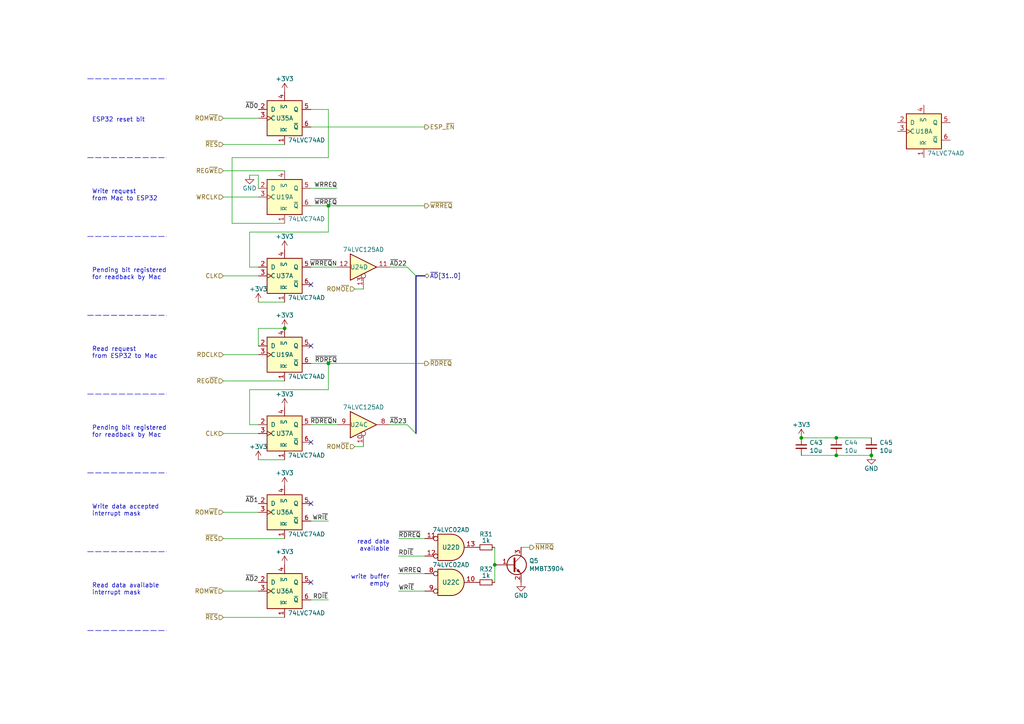
<source format=kicad_sch>
(kicad_sch (version 20211123) (generator eeschema)
  (paper "A4")
  (title_block (title "NuBus-ESP32") (date "2021-11-18") (rev "0.1") (company "Garrett's Workshop"))
  (lib_symbols
    (symbol "74xx:74LS02" (pin_names (offset 1.016))
      (property "Reference" "U" (at 0 1.27 0))
      (property "Value" "74LS02" (at 0 -1.27 0))
      (symbol "74LS02_1_1"
        (arc (start -3.81 -3.81) (mid -2.589 0) (end -3.81 3.81) (stroke (width 0.254)))
        (arc (start -0.6096 -3.81) (mid 2.1855 -2.584) (end 3.81 0) (stroke (width 0.254)) (fill (type background)))
        (polyline (pts (xy -3.81 -3.81) (xy -0.635 -3.81)) (stroke (width 0.254)) (fill (type background)))
        (polyline (pts (xy -3.81 3.81) (xy -0.635 3.81)) (stroke (width 0.254)) (fill (type background)))
        (polyline (pts (xy -0.635 3.81) (xy -3.81 3.81) (xy -3.81 3.81) (xy -3.556 3.4036) (xy -3.0226 2.2606) (xy -2.6924 1.0414) (xy -2.6162 -0.254) (xy -2.7686 -1.4986) (xy -3.175 -2.7178) (xy -3.81 -3.81) (xy -3.81 -3.81) (xy -0.635 -3.81)) (stroke (width -25.4)) (fill (type background)))
        (arc (start 3.81 0) (mid 2.1928 2.5925) (end -0.6096 3.81) (stroke (width 0.254)) (fill (type background)))
        (pin output inverted (at 7.62 0 180) (length 3.81) (name "~") (number "1"))
        (pin input line (at -7.62 2.54 0) (length 4.318) (name "~") (number "2"))
        (pin input line (at -7.62 -2.54 0) (length 4.318) (name "~") (number "3"))
      )
      (symbol "74LS02_1_2"
        (arc (start 0 -3.81) (mid 3.81 0) (end 0 3.81) (stroke (width 0.254)) (fill (type background)))
        (polyline (pts (xy 0 3.81) (xy -3.81 3.81) (xy -3.81 -3.81) (xy 0 -3.81)) (stroke (width 0.254)) (fill (type background)))
        (pin output line (at 7.62 0 180) (length 3.81) (name "~") (number "1"))
        (pin input inverted (at -7.62 2.54 0) (length 3.81) (name "~") (number "2"))
        (pin input inverted (at -7.62 -2.54 0) (length 3.81) (name "~") (number "3"))
      )
      (symbol "74LS02_2_1"
        (arc (start -3.81 -3.81) (mid -2.589 0) (end -3.81 3.81) (stroke (width 0.254)))
        (arc (start -0.6096 -3.81) (mid 2.1855 -2.584) (end 3.81 0) (stroke (width 0.254)) (fill (type background)))
        (polyline (pts (xy -3.81 -3.81) (xy -0.635 -3.81)) (stroke (width 0.254)) (fill (type background)))
        (polyline (pts (xy -3.81 3.81) (xy -0.635 3.81)) (stroke (width 0.254)) (fill (type background)))
        (polyline (pts (xy -0.635 3.81) (xy -3.81 3.81) (xy -3.81 3.81) (xy -3.556 3.4036) (xy -3.0226 2.2606) (xy -2.6924 1.0414) (xy -2.6162 -0.254) (xy -2.7686 -1.4986) (xy -3.175 -2.7178) (xy -3.81 -3.81) (xy -3.81 -3.81) (xy -0.635 -3.81)) (stroke (width -25.4)) (fill (type background)))
        (arc (start 3.81 0) (mid 2.1928 2.5925) (end -0.6096 3.81) (stroke (width 0.254)) (fill (type background)))
        (pin output inverted (at 7.62 0 180) (length 3.81) (name "~") (number "4"))
        (pin input line (at -7.62 2.54 0) (length 4.318) (name "~") (number "5"))
        (pin input line (at -7.62 -2.54 0) (length 4.318) (name "~") (number "6"))
      )
      (symbol "74LS02_2_2"
        (arc (start 0 -3.81) (mid 3.81 0) (end 0 3.81) (stroke (width 0.254)) (fill (type background)))
        (polyline (pts (xy 0 3.81) (xy -3.81 3.81) (xy -3.81 -3.81) (xy 0 -3.81)) (stroke (width 0.254)) (fill (type background)))
        (pin output line (at 7.62 0 180) (length 3.81) (name "~") (number "4"))
        (pin input inverted (at -7.62 2.54 0) (length 3.81) (name "~") (number "5"))
        (pin input inverted (at -7.62 -2.54 0) (length 3.81) (name "~") (number "6"))
      )
      (symbol "74LS02_3_1"
        (arc (start -3.81 -3.81) (mid -2.589 0) (end -3.81 3.81) (stroke (width 0.254)))
        (arc (start -0.6096 -3.81) (mid 2.1855 -2.584) (end 3.81 0) (stroke (width 0.254)) (fill (type background)))
        (polyline (pts (xy -3.81 -3.81) (xy -0.635 -3.81)) (stroke (width 0.254)) (fill (type background)))
        (polyline (pts (xy -3.81 3.81) (xy -0.635 3.81)) (stroke (width 0.254)) (fill (type background)))
        (polyline (pts (xy -0.635 3.81) (xy -3.81 3.81) (xy -3.81 3.81) (xy -3.556 3.4036) (xy -3.0226 2.2606) (xy -2.6924 1.0414) (xy -2.6162 -0.254) (xy -2.7686 -1.4986) (xy -3.175 -2.7178) (xy -3.81 -3.81) (xy -3.81 -3.81) (xy -0.635 -3.81)) (stroke (width -25.4)) (fill (type background)))
        (arc (start 3.81 0) (mid 2.1928 2.5925) (end -0.6096 3.81) (stroke (width 0.254)) (fill (type background)))
        (pin output inverted (at 7.62 0 180) (length 3.81) (name "~") (number "10"))
        (pin input line (at -7.62 2.54 0) (length 4.318) (name "~") (number "8"))
        (pin input line (at -7.62 -2.54 0) (length 4.318) (name "~") (number "9"))
      )
      (symbol "74LS02_3_2"
        (arc (start 0 -3.81) (mid 3.81 0) (end 0 3.81) (stroke (width 0.254)) (fill (type background)))
        (polyline (pts (xy 0 3.81) (xy -3.81 3.81) (xy -3.81 -3.81) (xy 0 -3.81)) (stroke (width 0.254)) (fill (type background)))
        (pin output line (at 7.62 0 180) (length 3.81) (name "~") (number "10"))
        (pin input inverted (at -7.62 2.54 0) (length 3.81) (name "~") (number "8"))
        (pin input inverted (at -7.62 -2.54 0) (length 3.81) (name "~") (number "9"))
      )
      (symbol "74LS02_4_1"
        (arc (start -3.81 -3.81) (mid -2.589 0) (end -3.81 3.81) (stroke (width 0.254)))
        (arc (start -0.6096 -3.81) (mid 2.1855 -2.584) (end 3.81 0) (stroke (width 0.254)) (fill (type background)))
        (polyline (pts (xy -3.81 -3.81) (xy -0.635 -3.81)) (stroke (width 0.254)) (fill (type background)))
        (polyline (pts (xy -3.81 3.81) (xy -0.635 3.81)) (stroke (width 0.254)) (fill (type background)))
        (polyline (pts (xy -0.635 3.81) (xy -3.81 3.81) (xy -3.81 3.81) (xy -3.556 3.4036) (xy -3.0226 2.2606) (xy -2.6924 1.0414) (xy -2.6162 -0.254) (xy -2.7686 -1.4986) (xy -3.175 -2.7178) (xy -3.81 -3.81) (xy -3.81 -3.81) (xy -0.635 -3.81)) (stroke (width -25.4)) (fill (type background)))
        (arc (start 3.81 0) (mid 2.1928 2.5925) (end -0.6096 3.81) (stroke (width 0.254)) (fill (type background)))
        (pin input line (at -7.62 2.54 0) (length 4.318) (name "~") (number "11"))
        (pin input line (at -7.62 -2.54 0) (length 4.318) (name "~") (number "12"))
        (pin output inverted (at 7.62 0 180) (length 3.81) (name "~") (number "13"))
      )
      (symbol "74LS02_4_2"
        (arc (start 0 -3.81) (mid 3.81 0) (end 0 3.81) (stroke (width 0.254)) (fill (type background)))
        (polyline (pts (xy 0 3.81) (xy -3.81 3.81) (xy -3.81 -3.81) (xy 0 -3.81)) (stroke (width 0.254)) (fill (type background)))
        (pin input inverted (at -7.62 2.54 0) (length 3.81) (name "~") (number "11"))
        (pin input inverted (at -7.62 -2.54 0) (length 3.81) (name "~") (number "12"))
        (pin output line (at 7.62 0 180) (length 3.81) (name "~") (number "13"))
      )
      (symbol "74LS02_5_0"
        (pin power_in line (at 0 12.7 270) (length 5.08) (name "VCC") (number "14"))
        (pin power_in line (at 0 -12.7 90) (length 5.08) (name "GND") (number "7"))
      )
      (symbol "74LS02_5_1"
        (rectangle (start -5.08 7.62) (end 5.08 -7.62) (stroke (width 0.254)) (fill (type background)))
      )
    )
    (symbol "74xx:74LS125" (pin_names (offset 1.016))
      (property "Reference" "U" (at 0 1.27 0))
      (property "Value" "74LS125" (at 0 -1.27 0))
      (symbol "74LS125_1_0"
        (polyline (pts (xy -3.81 3.81) (xy -3.81 -3.81) (xy 3.81 0) (xy -3.81 3.81)) (stroke (width 0.254)) (fill (type background)))
        (pin input inverted (at 0 -6.35 90) (length 4.445) (name "~") (number "1"))
        (pin input line (at -7.62 0 0) (length 3.81) (name "~") (number "2"))
        (pin tri_state line (at 7.62 0 180) (length 3.81) (name "~") (number "3"))
      )
      (symbol "74LS125_2_0"
        (polyline (pts (xy -3.81 3.81) (xy -3.81 -3.81) (xy 3.81 0) (xy -3.81 3.81)) (stroke (width 0.254)) (fill (type background)))
        (pin input inverted (at 0 -6.35 90) (length 4.445) (name "~") (number "4"))
        (pin input line (at -7.62 0 0) (length 3.81) (name "~") (number "5"))
        (pin tri_state line (at 7.62 0 180) (length 3.81) (name "~") (number "6"))
      )
      (symbol "74LS125_3_0"
        (polyline (pts (xy -3.81 3.81) (xy -3.81 -3.81) (xy 3.81 0) (xy -3.81 3.81)) (stroke (width 0.254)) (fill (type background)))
        (pin input inverted (at 0 -6.35 90) (length 4.445) (name "~") (number "10"))
        (pin tri_state line (at 7.62 0 180) (length 3.81) (name "~") (number "8"))
        (pin input line (at -7.62 0 0) (length 3.81) (name "~") (number "9"))
      )
      (symbol "74LS125_4_0"
        (polyline (pts (xy -3.81 3.81) (xy -3.81 -3.81) (xy 3.81 0) (xy -3.81 3.81)) (stroke (width 0.254)) (fill (type background)))
        (pin tri_state line (at 7.62 0 180) (length 3.81) (name "~") (number "11"))
        (pin input line (at -7.62 0 0) (length 3.81) (name "~") (number "12"))
        (pin input inverted (at 0 -6.35 90) (length 4.445) (name "~") (number "13"))
      )
      (symbol "74LS125_5_0"
        (pin power_in line (at 0 12.7 270) (length 5.08) (name "VCC") (number "14"))
        (pin power_in line (at 0 -12.7 90) (length 5.08) (name "GND") (number "7"))
      )
      (symbol "74LS125_5_1"
        (rectangle (start -5.08 7.62) (end 5.08 -7.62) (stroke (width 0.254)) (fill (type background)))
      )
    )
    (symbol "74xx:74LS74" (pin_names (offset 1.016))
      (property "Reference" "U" (at -7.62 8.89 0))
      (property "Value" "74LS74" (at -7.62 -8.89 0))
      (symbol "74LS74_1_0"
        (pin input line (at 0 -7.62 90) (length 2.54) (name "~{R}") (number "1"))
        (pin input line (at -7.62 2.54 0) (length 2.54) (name "D") (number "2"))
        (pin input clock (at -7.62 0 0) (length 2.54) (name "C") (number "3"))
        (pin input line (at 0 7.62 270) (length 2.54) (name "~{S}") (number "4"))
        (pin output line (at 7.62 2.54 180) (length 2.54) (name "Q") (number "5"))
        (pin output line (at 7.62 -2.54 180) (length 2.54) (name "~{Q}") (number "6"))
      )
      (symbol "74LS74_1_1"
        (rectangle (start -5.08 5.08) (end 5.08 -5.08) (stroke (width 0.254)) (fill (type background)))
      )
      (symbol "74LS74_2_0"
        (pin input line (at 0 7.62 270) (length 2.54) (name "~{S}") (number "10"))
        (pin input clock (at -7.62 0 0) (length 2.54) (name "C") (number "11"))
        (pin input line (at -7.62 2.54 0) (length 2.54) (name "D") (number "12"))
        (pin input line (at 0 -7.62 90) (length 2.54) (name "~{R}") (number "13"))
        (pin output line (at 7.62 -2.54 180) (length 2.54) (name "~{Q}") (number "8"))
        (pin output line (at 7.62 2.54 180) (length 2.54) (name "Q") (number "9"))
      )
      (symbol "74LS74_2_1"
        (rectangle (start -5.08 5.08) (end 5.08 -5.08) (stroke (width 0.254)) (fill (type background)))
      )
      (symbol "74LS74_3_0"
        (pin power_in line (at 0 10.16 270) (length 2.54) (name "VCC") (number "14"))
        (pin power_in line (at 0 -10.16 90) (length 2.54) (name "GND") (number "7"))
      )
      (symbol "74LS74_3_1"
        (rectangle (start -5.08 7.62) (end 5.08 -7.62) (stroke (width 0.254)) (fill (type background)))
      )
    )
    (symbol "Device:C_Small" (pin_numbers hide) (pin_names (offset 0.254) hide)
      (property "Reference" "C" (at 0.254 1.778 0))
      (property "Value" "C_Small" (at 0.254 -2.032 0))
      (symbol "C_Small_0_1"
        (polyline (pts (xy -1.524 -0.508) (xy 1.524 -0.508)) (stroke (width 0.3302)))
        (polyline (pts (xy -1.524 0.508) (xy 1.524 0.508)) (stroke (width 0.3048)))
      )
      (symbol "C_Small_1_1"
        (pin passive line (at 0 2.54 270) (length 2.032) (name "~") (number "1"))
        (pin passive line (at 0 -2.54 90) (length 2.032) (name "~") (number "2"))
      )
    )
    (symbol "Device:R_Small" (pin_numbers hide) (pin_names (offset 0.254) hide)
      (property "Reference" "R" (at 0.762 0.508 0))
      (property "Value" "R_Small" (at 0.762 -1.016 0))
      (symbol "R_Small_0_1"
        (rectangle (start -0.762 1.778) (end 0.762 -1.778) (stroke (width 0.2032)))
      )
      (symbol "R_Small_1_1"
        (pin passive line (at 0 2.54 270) (length 0.762) (name "~") (number "1"))
        (pin passive line (at 0 -2.54 90) (length 0.762) (name "~") (number "2"))
      )
    )
    (symbol "Transistor_BJT:MMBT3904" (pin_names (offset 0) hide)
      (property "Reference" "Q" (at 5.08 1.905 0))
      (property "Value" "MMBT3904" (at 5.08 0 0))
      (symbol "MMBT3904_0_1"
        (polyline (pts (xy 0.635 0.635) (xy 2.54 2.54)))
        (polyline (pts (xy 0.635 -0.635) (xy 2.54 -2.54) (xy 2.54 -2.54)))
        (polyline (pts (xy 0.635 1.905) (xy 0.635 -1.905) (xy 0.635 -1.905)) (stroke (width 0.508)))
        (polyline (pts (xy 1.27 -1.778) (xy 1.778 -1.27) (xy 2.286 -2.286) (xy 1.27 -1.778) (xy 1.27 -1.778)) (fill (type outline)))
        (circle (center 1.27 0) (radius 2.8194) (stroke (width 0.254)))
      )
      (symbol "MMBT3904_1_1"
        (pin input line (at -5.08 0 0) (length 5.715) (name "B") (number "1"))
        (pin passive line (at 2.54 -5.08 90) (length 2.54) (name "E") (number "2"))
        (pin passive line (at 2.54 5.08 270) (length 2.54) (name "C") (number "3"))
      )
    )
    (symbol "power:+3V3" (power) (pin_names (offset 0))
      (property "Value" "+3V3" (at 0 3.556 0))
      (symbol "+3V3_0_1"
        (polyline (pts (xy -0.762 1.27) (xy 0 2.54)))
        (polyline (pts (xy 0 0) (xy 0 2.54)))
        (polyline (pts (xy 0 2.54) (xy 0.762 1.27)))
      )
      (symbol "+3V3_1_1"
        (pin power_in line (at 0 0 90) (length 0) hide (name "+3V3") (number "1"))
      )
    )
    (symbol "power:GND" (power) (pin_names (offset 0))
      (property "Value" "GND" (at 0 -3.81 0))
      (symbol "GND_0_1"
        (polyline (pts (xy 0 0) (xy 0 -1.27) (xy 1.27 -1.27) (xy 0 -2.54) (xy -1.27 -1.27) (xy 0 -1.27)))
      )
      (symbol "GND_1_1"
        (pin power_in line (at 0 0 270) (length 0) hide (name "GND") (number "1"))
      )
    )
  )
  (junction (at 95.25 59.69))
  (junction (at 232.41 127))
  (junction (at 242.57 127))
  (junction (at 82.55 95.25))
  (junction (at 143.51 163.83))
  (junction (at 242.57 132.08))
  (junction (at 95.25 105.41))
  (junction (at 252.73 132.08))
  (no_connect (at 90.17 168.91))
  (no_connect (at 90.17 128.27))
  (no_connect (at 90.17 146.05))
  (no_connect (at 90.17 100.33))
  (no_connect (at 90.17 82.55))
  (bus_entry (at 118.11 77.47) (size 2.54 2.54))
  (bus_entry (at 118.11 123.19) (size 2.54 2.54))
  (wire (pts (xy 90.17 31.75) (xy 95.25 31.75)))
  (wire (pts (xy 242.57 127) (xy 252.73 127)))
  (wire (pts (xy 72.39 67.31) (xy 72.39 77.47)))
  (wire (pts (xy 82.55 95.25) (xy 74.93 95.25)))
  (wire (pts (xy 242.57 132.08) (xy 232.41 132.08)))
  (wire (pts (xy 64.77 102.87) (xy 74.93 102.87)))
  (polyline (pts (xy 25.4 114.3) (xy 48.26 114.3)))
  (polyline (pts (xy 25.4 22.86) (xy 48.26 22.86)))
  (wire (pts (xy 64.77 41.91) (xy 82.55 41.91)))
  (wire (pts (xy 72.39 113.03) (xy 72.39 123.19)))
  (wire (pts (xy 64.77 171.45) (xy 74.93 171.45)))
  (wire (pts (xy 72.39 50.8) (xy 74.93 50.8)))
  (bus (pts (xy 123.19 80.01) (xy 120.65 80.01)))
  (wire (pts (xy 143.51 158.75) (xy 143.51 163.83)))
  (wire (pts (xy 64.77 49.53) (xy 82.55 49.53)))
  (wire (pts (xy 97.79 123.19) (xy 90.17 123.19)))
  (wire (pts (xy 115.57 156.21) (xy 123.19 156.21)))
  (wire (pts (xy 252.73 132.08) (xy 242.57 132.08)))
  (wire (pts (xy 115.57 171.45) (xy 123.19 171.45)))
  (wire (pts (xy 95.25 45.72) (xy 67.31 45.72)))
  (polyline (pts (xy 25.4 160.02) (xy 48.26 160.02)))
  (wire (pts (xy 102.87 129.54) (xy 105.41 129.54)))
  (wire (pts (xy 90.17 173.99) (xy 95.25 173.99)))
  (wire (pts (xy 67.31 45.72) (xy 67.31 64.77)))
  (wire (pts (xy 74.93 125.73) (xy 64.77 125.73)))
  (wire (pts (xy 64.77 156.21) (xy 82.55 156.21)))
  (wire (pts (xy 74.93 50.8) (xy 74.93 54.61)))
  (wire (pts (xy 113.03 77.47) (xy 118.11 77.47)))
  (wire (pts (xy 95.25 59.69) (xy 90.17 59.69)))
  (wire (pts (xy 115.57 161.29) (xy 123.19 161.29)))
  (wire (pts (xy 64.77 57.15) (xy 74.93 57.15)))
  (polyline (pts (xy 25.4 45.72) (xy 48.26 45.72)))
  (wire (pts (xy 95.25 59.69) (xy 123.19 59.69)))
  (wire (pts (xy 105.41 83.82) (xy 102.87 83.82)))
  (wire (pts (xy 67.31 64.77) (xy 82.55 64.77)))
  (wire (pts (xy 95.25 59.69) (xy 95.25 67.31)))
  (wire (pts (xy 97.79 54.61) (xy 90.17 54.61)))
  (polyline (pts (xy 25.4 182.88) (xy 48.26 182.88)))
  (wire (pts (xy 72.39 123.19) (xy 74.93 123.19)))
  (wire (pts (xy 90.17 151.13) (xy 95.25 151.13)))
  (wire (pts (xy 74.93 87.63) (xy 82.55 87.63)))
  (wire (pts (xy 64.77 110.49) (xy 82.55 110.49)))
  (wire (pts (xy 64.77 34.29) (xy 74.93 34.29)))
  (polyline (pts (xy 25.4 68.58) (xy 48.26 68.58)))
  (wire (pts (xy 74.93 95.25) (xy 74.93 100.33)))
  (wire (pts (xy 143.51 163.83) (xy 143.51 168.91)))
  (wire (pts (xy 72.39 77.47) (xy 74.93 77.47)))
  (wire (pts (xy 74.93 133.35) (xy 82.55 133.35)))
  (wire (pts (xy 95.25 105.41) (xy 90.17 105.41)))
  (wire (pts (xy 123.19 36.83) (xy 90.17 36.83)))
  (wire (pts (xy 64.77 179.07) (xy 82.55 179.07)))
  (wire (pts (xy 95.25 67.31) (xy 72.39 67.31)))
  (wire (pts (xy 97.79 77.47) (xy 90.17 77.47)))
  (wire (pts (xy 153.67 158.75) (xy 151.13 158.75)))
  (wire (pts (xy 113.03 123.19) (xy 118.11 123.19)))
  (polyline (pts (xy 25.4 137.16) (xy 48.26 137.16)))
  (wire (pts (xy 64.77 148.59) (xy 74.93 148.59)))
  (wire (pts (xy 123.19 105.41) (xy 95.25 105.41)))
  (wire (pts (xy 242.57 127) (xy 232.41 127)))
  (wire (pts (xy 95.25 113.03) (xy 72.39 113.03)))
  (wire (pts (xy 95.25 31.75) (xy 95.25 45.72)))
  (wire (pts (xy 95.25 105.41) (xy 95.25 113.03)))
  (wire (pts (xy 115.57 166.37) (xy 123.19 166.37)))
  (wire (pts (xy 74.93 80.01) (xy 64.77 80.01)))
  (polyline (pts (xy 25.4 91.44) (xy 48.26 91.44)))
  (bus (pts (xy 120.65 80.01) (xy 120.65 125.73)))
  (text "Write request\nfrom Mac to ESP32" (at 26.67 58.42 0) (effects (font (size 1.27 1.27)) (justify left bottom)))
  (text "Read data available\ninterrupt mask" (at 26.67 172.72 0) (effects (font (size 1.27 1.27)) (justify left bottom)))
  (text "Read request\nfrom ESP32 to Mac" (at 26.67 104.14 0) (effects (font (size 1.27 1.27)) (justify left bottom)))
  (text "read data\navailable" (at 113.03 160.02 180) (effects (font (size 1.27 1.27)) (justify right bottom)))
  (text "Pending bit registered\nfor readback by Mac" (at 26.67 81.28 0) (effects (font (size 1.27 1.27)) (justify left bottom)))
  (text "write buffer\nempty" (at 113.03 170.18 180) (effects (font (size 1.27 1.27)) (justify right bottom)))
  (text "ESP32 reset bit" (at 26.67 35.56 0) (effects (font (size 1.27 1.27)) (justify left bottom)))
  (text "Pending bit registered\nfor readback by Mac" (at 26.67 127 0) (effects (font (size 1.27 1.27)) (justify left bottom)))
  (text "Write data accepted\ninterrupt mask" (at 26.67 149.86 0) (effects (font (size 1.27 1.27)) (justify left bottom)))
  (label "~{AD}2" (at 74.93 168.91 180))
  (label "~{AD}1" (at 74.93 146.05 180))
  (label "WRREQ" (at 115.57 166.37 0))
  (label "~{RDREQ}" (at 97.79 105.41 180))
  (label "~{AD}23" (at 113.03 123.19 0))
  (label "~{AD}0" (at 74.93 31.75 180))
  (label "WR~{IE}" (at 115.57 171.45 0))
  (label "~{RDREQ}N" (at 97.79 123.19 180))
  (label "RD~{IE}" (at 95.25 173.99 180))
  (label "~{WRREQ}N" (at 97.79 77.47 180))
  (label "RD~{IE}" (at 115.57 161.29 0))
  (label "~{WRREQ}" (at 97.79 59.69 180))
  (label "~{AD}22" (at 113.03 77.47 0))
  (label "WR~{IE}" (at 95.25 151.13 180))
  (label "~{RDREQ}" (at 115.57 156.21 0))
  (label "WRREQ" (at 97.79 54.61 180))
  (hierarchical_label "ROM~{WE}" (shape input) (at 64.77 34.29 180))
  (hierarchical_label "ESP_~{EN}" (shape output) (at 123.19 36.83 0))
  (hierarchical_label "~{NMRQ}" (shape output) (at 153.67 158.75 0))
  (hierarchical_label "~{RES}" (shape input) (at 64.77 41.91 180))
  (hierarchical_label "~{RES}" (shape input) (at 64.77 179.07 180))
  (hierarchical_label "ROM~{OE}" (shape input) (at 102.87 129.54 180))
  (hierarchical_label "~{RES}" (shape input) (at 64.77 156.21 180))
  (hierarchical_label "WRCLK" (shape input) (at 64.77 57.15 180))
  (hierarchical_label "CLK" (shape input) (at 64.77 125.73 180))
  (hierarchical_label "RDCLK" (shape input) (at 64.77 102.87 180))
  (hierarchical_label "~{AD}[31..0]" (shape bidirectional) (at 123.19 80.01 0))
  (hierarchical_label "REG~{OE}" (shape input) (at 64.77 110.49 180))
  (hierarchical_label "~{WRREQ}" (shape output) (at 123.19 59.69 0))
  (hierarchical_label "REG~{WE}" (shape input) (at 64.77 49.53 180))
  (hierarchical_label "~{RDREQ}" (shape output) (at 123.19 105.41 0))
  (hierarchical_label "ROM~{WE}" (shape input) (at 64.77 148.59 180))
  (hierarchical_label "CLK" (shape input) (at 64.77 80.01 180))
  (hierarchical_label "ROM~{OE}" (shape input) (at 102.87 83.82 180))
  (hierarchical_label "ROM~{WE}" (shape input) (at 64.77 171.45 180))
  (symbol (lib_id "74xx:74LS74") (at 82.55 80.01 0)
    (property "Reference" "U37" (at 82.55 80.01 0))
    (property "Value" "74LVC74AD" (at 88.9 86.36 0))
    (property "Footprint" "stdpads:SOIC-14_3.9mm" (effects hide))
    (property "Datasheet" "74xx/74hc_hct74.pdf" (effects hide))
    (property "LCSC Part" "C7864" (effects hide))
  )
  (symbol (lib_id "74xx:74LS74") (at 82.55 125.73 0)
    (property "Reference" "U37" (at 82.55 125.73 0))
    (property "Value" "74LVC74AD" (at 88.9 132.08 0))
    (property "Footprint" "stdpads:SOIC-14_3.9mm" (effects hide))
    (property "Datasheet" "74xx/74hc_hct74.pdf" (effects hide))
    (property "LCSC Part" "C7864" (effects hide))
  )
  (symbol (lib_id "power:+3V3") (at 232.41 127 0)
    (property "Reference" "#PWR0213" (effects hide))
    (property "Value" "+3V3" (at 232.41 123.19 0))
  )
  (symbol (lib_id "Device:C_Small") (at 232.41 129.54 0) (mirror y)
    (property "Reference" "C43" (at 234.7468 128.3716 0) (effects (justify right)))
    (property "Value" "10u" (at 234.7468 130.683 0) (effects (justify right)))
    (property "Footprint" "stdpads:C_0805" (effects hide))
    (property "LCSC Part" "C15850" (effects hide))
  )
  (symbol (lib_id "Device:C_Small") (at 242.57 129.54 0) (mirror y)
    (property "Reference" "C44" (at 244.9068 128.3716 0) (effects (justify right)))
    (property "Value" "10u" (at 244.9068 130.683 0) (effects (justify right)))
    (property "Footprint" "stdpads:C_0805" (effects hide))
    (property "LCSC Part" "C15850" (effects hide))
  )
  (symbol (lib_id "Device:C_Small") (at 252.73 129.54 0) (mirror y)
    (property "Reference" "C45" (at 255.0668 128.3716 0) (effects (justify right)))
    (property "Value" "10u" (at 255.0668 130.683 0) (effects (justify right)))
    (property "Footprint" "stdpads:C_0805" (effects hide))
    (property "LCSC Part" "C15850" (effects hide))
  )
  (symbol (lib_id "power:GND") (at 252.73 132.08 0)
    (property "Reference" "#PWR0214" (effects hide))
    (property "Value" "GND" (at 252.73 135.89 0))
  )
  (symbol (lib_id "power:+3V3") (at 82.55 118.11 0)
    (property "Reference" "#PWR0104" (effects hide))
    (property "Value" "+3V3" (at 82.55 114.3 0))
  )
  (symbol (lib_id "power:+3V3") (at 74.93 133.35 0)
    (property "Reference" "#PWR0105" (effects hide))
    (property "Value" "+3V3" (at 74.93 129.54 0))
  )
  (symbol (lib_id "74xx:74LS74") (at 82.55 57.15 0)
    (property "Reference" "U19" (at 82.55 57.15 0))
    (property "Value" "74LVC74AD" (at 88.9 63.5 0))
    (property "Footprint" "stdpads:SOIC-14_3.9mm" (effects hide))
    (property "Datasheet" "74xx/74hc_hct74.pdf" (effects hide))
    (property "LCSC Part" "C7864" (effects hide))
  )
  (symbol (lib_id "74xx:74LS74") (at 82.55 102.87 0)
    (property "Reference" "U19" (at 82.55 102.87 0))
    (property "Value" "74LVC74AD" (at 88.9 109.22 0))
    (property "Footprint" "stdpads:SOIC-14_3.9mm" (effects hide))
    (property "Datasheet" "74xx/74hc_hct74.pdf" (effects hide))
    (property "LCSC Part" "C7864" (effects hide))
  )
  (symbol (lib_id "74xx:74LS74") (at 267.97 38.1 0)
    (property "Reference" "U18" (at 267.97 38.1 0))
    (property "Value" "74LVC74AD" (at 274.32 44.45 0))
    (property "Footprint" "stdpads:SOIC-14_3.9mm" (effects hide))
    (property "Datasheet" "74xx/74hc_hct74.pdf" (effects hide))
    (property "LCSC Part" "C7864" (effects hide))
  )
  (symbol (lib_id "74xx:74LS74") (at 82.55 171.45 0)
    (property "Reference" "U36" (at 82.55 171.45 0))
    (property "Value" "74LVC74AD" (at 88.9 177.8 0))
    (property "Footprint" "stdpads:SOIC-14_3.9mm" (effects hide))
    (property "Datasheet" "74xx/74hc_hct74.pdf" (effects hide))
    (property "LCSC Part" "C7864" (effects hide))
  )
  (symbol (lib_id "power:+3V3") (at 82.55 140.97 0)
    (property "Reference" "#PWR0108" (effects hide))
    (property "Value" "+3V3" (at 82.55 137.16 0))
  )
  (symbol (lib_id "74xx:74LS74") (at 82.55 148.59 0)
    (property "Reference" "U36" (at 82.55 148.59 0))
    (property "Value" "74LVC74AD" (at 88.9 154.94 0))
    (property "Footprint" "stdpads:SOIC-14_3.9mm" (effects hide))
    (property "Datasheet" "74xx/74hc_hct74.pdf" (effects hide))
    (property "LCSC Part" "C7864" (effects hide))
  )
  (symbol (lib_id "74xx:74LS125") (at 105.41 123.19 0) (unit 3)
    (property "Reference" "U24" (at 104.14 123.19 0))
    (property "Value" "74LVC125AD" (at 105.41 118.11 0))
    (property "Footprint" "stdpads:SOIC-14_3.9mm" (effects hide))
    (property "Datasheet" "http://www.ti.com/lit/gpn/sn74LS125" (effects hide))
    (property "LCSC Part" "C7661" (effects hide))
  )
  (symbol (lib_id "power:+3V3") (at 82.55 163.83 0)
    (property "Reference" "#PWR0187" (effects hide))
    (property "Value" "+3V3" (at 82.55 160.02 0))
  )
  (symbol (lib_id "Device:R_Small") (at 140.97 158.75 270)
    (property "Reference" "R31" (at 140.97 154.94 90))
    (property "Value" "1k" (at 140.97 157.48 90) (effects (justify bottom)))
    (property "Footprint" "stdpads:R_0805" (effects hide))
    (property "LCSC Part" "C17513" (effects hide))
  )
  (symbol (lib_id "Transistor_BJT:MMBT3904") (at 148.59 163.83 0)
    (property "Reference" "Q5" (at 153.4414 162.6616 0) (effects (justify left)))
    (property "Value" "MMBT3904" (at 153.4414 164.973 0) (effects (justify left)))
    (property "Footprint" "stdpads:SOT-23" (effects hide))
    (property "LCSC Part" "C20526" (effects hide))
  )
  (symbol (lib_id "power:GND") (at 151.13 168.91 0)
    (property "Reference" "#PWR0189" (effects hide))
    (property "Value" "GND" (at 151.13 172.72 0))
  )
  (symbol (lib_id "74xx:74LS02") (at 130.81 168.91 0) (unit 3) (convert 2)
    (property "Reference" "U22" (at 130.81 168.91 0))
    (property "Value" "74LVC02AD" (at 130.81 163.83 0))
    (property "Footprint" "stdpads:SOIC-14_3.9mm" (effects hide))
    (property "Datasheet" "http://www.ti.com/lit/gpn/sn74LS02" (effects hide))
    (property "LCSC Part" "C7804" (effects hide))
  )
  (symbol (lib_id "74xx:74LS02") (at 130.81 158.75 0) (unit 4) (convert 2)
    (property "Reference" "U22" (at 130.81 158.75 0))
    (property "Value" "74LVC02AD" (at 130.81 153.67 0))
    (property "Footprint" "stdpads:SOIC-14_3.9mm" (effects hide))
    (property "Datasheet" "http://www.ti.com/lit/gpn/sn74LS02" (effects hide))
    (property "LCSC Part" "C7804" (effects hide))
  )
  (symbol (lib_id "Device:R_Small") (at 140.97 168.91 270)
    (property "Reference" "R32" (at 140.97 165.1 90))
    (property "Value" "1k" (at 140.97 167.64 90) (effects (justify bottom)))
    (property "Footprint" "stdpads:R_0805" (effects hide))
    (property "LCSC Part" "C17513" (effects hide))
  )
  (symbol (lib_id "power:+3V3") (at 82.55 26.67 0)
    (property "Reference" "#PWR0170" (effects hide))
    (property "Value" "+3V3" (at 82.55 22.86 0))
  )
  (symbol (lib_id "74xx:74LS74") (at 82.55 34.29 0)
    (property "Reference" "U35" (at 82.55 34.29 0))
    (property "Value" "74LVC74AD" (at 88.9 40.64 0))
    (property "Footprint" "stdpads:SOIC-14_3.9mm" (effects hide))
    (property "Datasheet" "74xx/74hc_hct74.pdf" (effects hide))
    (property "LCSC Part" "C7864" (effects hide))
  )
  (symbol (lib_id "74xx:74LS125") (at 105.41 77.47 0) (unit 4)
    (property "Reference" "U24" (at 104.14 77.47 0))
    (property "Value" "74LVC125AD" (at 105.41 72.39 0))
    (property "Footprint" "stdpads:SOIC-14_3.9mm" (effects hide))
    (property "Datasheet" "http://www.ti.com/lit/gpn/sn74LS125" (effects hide))
    (property "LCSC Part" "C7661" (effects hide))
  )
  (symbol (lib_id "power:+3V3") (at 82.55 72.39 0)
    (property "Reference" "#PWR0208" (effects hide))
    (property "Value" "+3V3" (at 82.55 68.58 0))
  )
  (symbol (lib_id "power:+3V3") (at 74.93 87.63 0)
    (property "Reference" "#PWR0209" (effects hide))
    (property "Value" "+3V3" (at 74.93 83.82 0))
  )
  (symbol (lib_id "power:GND") (at 72.39 50.8 0) (unit 1)
    (property "Reference" "#PWR0210" (effects hide))
    (property "Value" "GND" (at 72.39 54.61 0))
  )
  (symbol (lib_id "power:+3V3") (at 82.55 95.25 0)
    (property "Reference" "#PWR0212" (effects hide))
    (property "Value" "+3V3" (at 82.55 91.44 0))
  )
)
</source>
